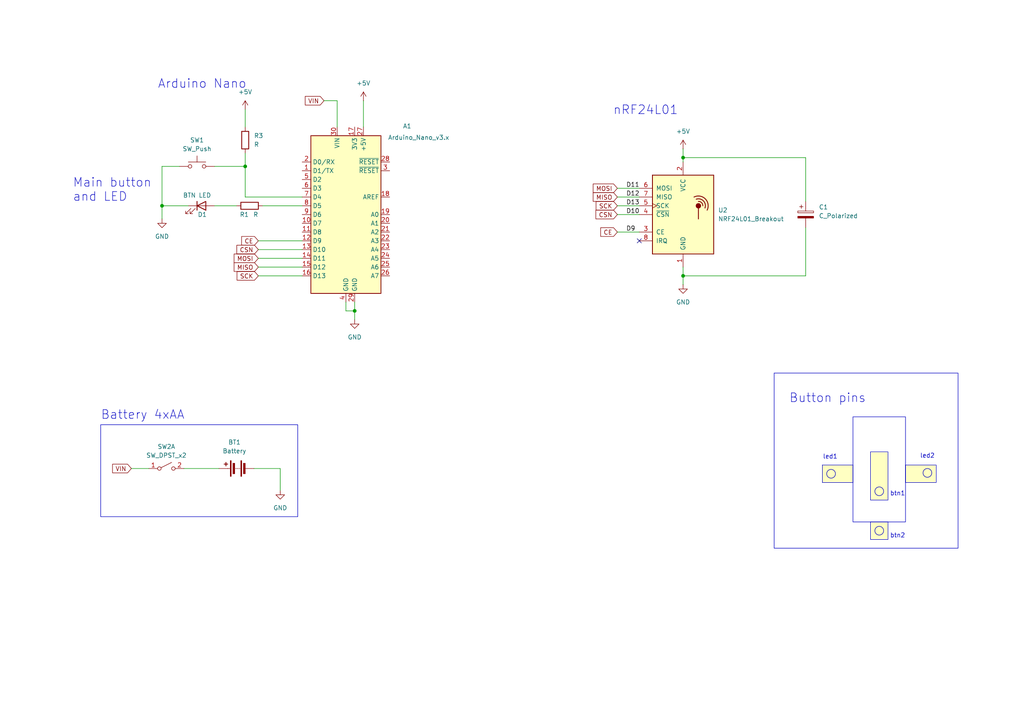
<source format=kicad_sch>
(kicad_sch (version 20231120) (generator "eeschema") (generator_version "8.0")
  (paper "A4")
  (title_block (title "Nupp") (date "2024-11-25") (comment 1 "Tauno Erik"))
  (lib_symbols
    (symbol "Device:Battery" (pin_numbers hide) (pin_names (offset 0) hide)
      (property "Reference" "BT" (at 2.54 2.54 0))
      (property "Value" "Battery" (at 2.54 0 0))
      (symbol "Battery_0_1"
        (rectangle (start -2.286 -1.27) (end 2.286 -1.524) (fill (type outline)))
        (rectangle (start -2.286 1.778) (end 2.286 1.524) (fill (type outline)))
        (rectangle (start -1.524 -2.032) (end 1.524 -2.54) (fill (type outline)))
        (rectangle (start -1.524 1.016) (end 1.524 0.508) (fill (type outline)))
        (polyline (pts (xy 0 -1.016) (xy 0 -0.762)))
        (polyline (pts (xy 0 -0.508) (xy 0 -0.254)))
        (polyline (pts (xy 0 0) (xy 0 0.254)))
        (polyline (pts (xy 0 1.778) (xy 0 2.54)))
        (polyline (pts (xy 0.762 3.048) (xy 1.778 3.048)) (stroke (width 0.254)))
        (polyline (pts (xy 1.27 3.556) (xy 1.27 2.54)) (stroke (width 0.254)))
      )
      (symbol "Battery_1_1"
        (pin passive line (at 0 5.08 270) (length 2.54) (name "+") (number "1"))
        (pin passive line (at 0 -5.08 90) (length 2.54) (name "-") (number "2"))
      )
    )
    (symbol "Device:C_Polarized" (pin_numbers hide) (pin_names (offset 0.254))
      (property "Reference" "C" (at 0.635 2.54 0))
      (property "Value" "C_Polarized" (at 0.635 -2.54 0))
      (symbol "C_Polarized_0_1"
        (rectangle (start -2.286 0.508) (end 2.286 1.016))
        (polyline (pts (xy -1.778 2.286) (xy -0.762 2.286)))
        (polyline (pts (xy -1.27 2.794) (xy -1.27 1.778)))
        (rectangle (start 2.286 -0.508) (end -2.286 -1.016) (fill (type outline)))
      )
      (symbol "C_Polarized_1_1"
        (pin passive line (at 0 3.81 270) (length 2.794) (name "~") (number "1"))
        (pin passive line (at 0 -3.81 90) (length 2.794) (name "~") (number "2"))
      )
    )
    (symbol "Device:LED" (pin_numbers hide) (pin_names (offset 1.016) hide)
      (property "Reference" "D" (at 0 2.54 0))
      (property "Value" "LED" (at 0 -2.54 0))
      (symbol "LED_0_1"
        (polyline (pts (xy -1.27 -1.27) (xy -1.27 1.27)) (stroke (width 0.254)))
        (polyline (pts (xy -1.27 0) (xy 1.27 0)))
        (polyline (pts (xy 1.27 -1.27) (xy 1.27 1.27) (xy -1.27 0) (xy 1.27 -1.27)) (stroke (width 0.254)))
        (polyline (pts (xy -3.048 -0.762) (xy -4.572 -2.286) (xy -3.81 -2.286) (xy -4.572 -2.286) (xy -4.572 -1.524)))
        (polyline (pts (xy -1.778 -0.762) (xy -3.302 -2.286) (xy -2.54 -2.286) (xy -3.302 -2.286) (xy -3.302 -1.524)))
      )
      (symbol "LED_1_1"
        (pin passive line (at -3.81 0 0) (length 2.54) (name "K") (number "1"))
        (pin passive line (at 3.81 0 180) (length 2.54) (name "A") (number "2"))
      )
    )
    (symbol "Device:R" (pin_numbers hide) (pin_names (offset 0))
      (property "Reference" "R" (at 2.032 0 90))
      (property "Value" "R" (at 0 0 90))
      (symbol "R_0_1"
        (rectangle (start -1.016 -2.54) (end 1.016 2.54) (stroke (width 0.254)))
      )
      (symbol "R_1_1"
        (pin passive line (at 0 3.81 270) (length 1.27) (name "~") (number "1"))
        (pin passive line (at 0 -3.81 90) (length 1.27) (name "~") (number "2"))
      )
    )
    (symbol "GND_1" (power) (pin_numbers hide) (pin_names (offset 0) hide)
      (property "Value" "GND" (at 0 -3.81 0))
      (symbol "GND_1_0_1"
        (polyline (pts (xy 0 0) (xy 0 -1.27) (xy 1.27 -1.27) (xy 0 -2.54) (xy -1.27 -1.27) (xy 0 -1.27)))
      )
      (symbol "GND_1_1_1"
        (pin power_in line (at 0 0 270) (length 0) (name "~") (number "1"))
      )
    )
    (symbol "GND_2" (power) (pin_numbers hide) (pin_names (offset 0) hide)
      (property "Value" "GND" (at 0 -3.81 0))
      (symbol "GND_2_0_1"
        (polyline (pts (xy 0 0) (xy 0 -1.27) (xy 1.27 -1.27) (xy 0 -2.54) (xy -1.27 -1.27) (xy 0 -1.27)))
      )
      (symbol "GND_2_1_1"
        (pin power_in line (at 0 0 270) (length 0) (name "~") (number "1"))
      )
    )
    (symbol "MCU_Module:Arduino_Nano_v3.x"
      (property "Reference" "A" (at -10.16 23.495 0))
      (property "Value" "Arduino_Nano_v3.x" (at 5.08 -24.13 0))
      (symbol "Arduino_Nano_v3.x_0_1"
        (rectangle (start -10.16 22.86) (end 10.16 -22.86) (stroke (width 0.254)) (fill (type background)))
      )
      (symbol "Arduino_Nano_v3.x_1_1"
        (pin bidirectional line (at -12.7 12.7 0) (length 2.54) (name "D1/TX") (number "1"))
        (pin bidirectional line (at -12.7 -2.54 0) (length 2.54) (name "D7") (number "10"))
        (pin bidirectional line (at -12.7 -5.08 0) (length 2.54) (name "D8") (number "11"))
        (pin bidirectional line (at -12.7 -7.62 0) (length 2.54) (name "D9") (number "12"))
        (pin bidirectional line (at -12.7 -10.16 0) (length 2.54) (name "D10") (number "13"))
        (pin bidirectional line (at -12.7 -12.7 0) (length 2.54) (name "D11") (number "14"))
        (pin bidirectional line (at -12.7 -15.24 0) (length 2.54) (name "D12") (number "15"))
        (pin bidirectional line (at -12.7 -17.78 0) (length 2.54) (name "D13") (number "16"))
        (pin power_out line (at 2.54 25.4 270) (length 2.54) (name "3V3") (number "17"))
        (pin input line (at 12.7 5.08 180) (length 2.54) (name "AREF") (number "18"))
        (pin bidirectional line (at 12.7 0 180) (length 2.54) (name "A0") (number "19"))
        (pin bidirectional line (at -12.7 15.24 0) (length 2.54) (name "D0/RX") (number "2"))
        (pin bidirectional line (at 12.7 -2.54 180) (length 2.54) (name "A1") (number "20"))
        (pin bidirectional line (at 12.7 -5.08 180) (length 2.54) (name "A2") (number "21"))
        (pin bidirectional line (at 12.7 -7.62 180) (length 2.54) (name "A3") (number "22"))
        (pin bidirectional line (at 12.7 -10.16 180) (length 2.54) (name "A4") (number "23"))
        (pin bidirectional line (at 12.7 -12.7 180) (length 2.54) (name "A5") (number "24"))
        (pin bidirectional line (at 12.7 -15.24 180) (length 2.54) (name "A6") (number "25"))
        (pin bidirectional line (at 12.7 -17.78 180) (length 2.54) (name "A7") (number "26"))
        (pin power_out line (at 5.08 25.4 270) (length 2.54) (name "+5V") (number "27"))
        (pin input line (at 12.7 15.24 180) (length 2.54) (name "~{RESET}") (number "28"))
        (pin power_in line (at 2.54 -25.4 90) (length 2.54) (name "GND") (number "29"))
        (pin input line (at 12.7 12.7 180) (length 2.54) (name "~{RESET}") (number "3"))
        (pin power_in line (at -2.54 25.4 270) (length 2.54) (name "VIN") (number "30"))
        (pin power_in line (at 0 -25.4 90) (length 2.54) (name "GND") (number "4"))
        (pin bidirectional line (at -12.7 10.16 0) (length 2.54) (name "D2") (number "5"))
        (pin bidirectional line (at -12.7 7.62 0) (length 2.54) (name "D3") (number "6"))
        (pin bidirectional line (at -12.7 5.08 0) (length 2.54) (name "D4") (number "7"))
        (pin bidirectional line (at -12.7 2.54 0) (length 2.54) (name "D5") (number "8"))
        (pin bidirectional line (at -12.7 0 0) (length 2.54) (name "D6") (number "9"))
      )
    )
    (symbol "RF:NRF24L01_Breakout" (pin_names (offset 1.016))
      (property "Reference" "U" (at -8.89 12.7 0))
      (property "Value" "NRF24L01_Breakout" (at 3.81 12.7 0))
      (symbol "NRF24L01_Breakout_0_1"
        (rectangle (start -8.89 11.43) (end 8.89 -11.43) (stroke (width 0.254)) (fill (type background)))
        (polyline (pts (xy 4.445 1.905) (xy 4.445 -1.27)) (stroke (width 0.254)))
        (circle (center 4.445 2.54) (radius 0.635) (stroke (width 0.254)) (fill (type outline)))
        (arc (start 5.715 2.54) (mid 5.3521 3.4546) (end 4.445 3.81) (stroke (width 0.254)))
        (arc (start 6.35 1.905) (mid 5.8763 3.9854) (end 3.81 4.445) (stroke (width 0.254)))
        (arc (start 6.985 1.27) (mid 6.453 4.548) (end 3.175 5.08) (stroke (width 0.254)))
      )
      (symbol "NRF24L01_Breakout_1_1"
        (pin power_in line (at 0 -15.24 90) (length 3.81) (name "GND") (number "1"))
        (pin power_in line (at 0 15.24 270) (length 3.81) (name "VCC") (number "2"))
        (pin input line (at -12.7 -5.08 0) (length 3.81) (name "CE") (number "3"))
        (pin input line (at -12.7 0 0) (length 3.81) (name "~{CSN}") (number "4"))
        (pin input clock (at -12.7 2.54 0) (length 3.81) (name "SCK") (number "5"))
        (pin input line (at -12.7 7.62 0) (length 3.81) (name "MOSI") (number "6"))
        (pin output line (at -12.7 5.08 0) (length 3.81) (name "MISO") (number "7"))
        (pin output line (at -12.7 -7.62 0) (length 3.81) (name "IRQ") (number "8"))
      )
    )
    (symbol "Switch:SW_DPST_x2" (pin_names (offset 0) hide)
      (property "Reference" "SW" (at 0 3.175 0))
      (property "Value" "SW_DPST_x2" (at 0 -2.54 0))
      (symbol "SW_DPST_x2_0_0"
        (circle (center -2.032 0) (radius 0.508))
        (polyline (pts (xy -1.524 0.254) (xy 1.524 1.778)))
        (circle (center 2.032 0) (radius 0.508))
      )
      (symbol "SW_DPST_x2_1_1"
        (pin passive line (at -5.08 0 0) (length 2.54) (name "A") (number "1"))
        (pin passive line (at 5.08 0 180) (length 2.54) (name "B") (number "2"))
      )
      (symbol "SW_DPST_x2_2_1"
        (pin passive line (at -5.08 0 0) (length 2.54) (name "A") (number "3"))
        (pin passive line (at 5.08 0 180) (length 2.54) (name "B") (number "4"))
      )
    )
    (symbol "Switch:SW_Push" (pin_numbers hide) (pin_names (offset 1.016) hide)
      (property "Reference" "SW" (at 1.27 2.54 0))
      (property "Value" "SW_Push" (at 0 -1.524 0))
      (symbol "SW_Push_0_1"
        (circle (center -2.032 0) (radius 0.508))
        (polyline (pts (xy 0 1.27) (xy 0 3.048)))
        (polyline (pts (xy 2.54 1.27) (xy -2.54 1.27)))
        (circle (center 2.032 0) (radius 0.508))
        (pin passive line (at -5.08 0 0) (length 2.54) (name "1") (number "1"))
        (pin passive line (at 5.08 0 180) (length 2.54) (name "2") (number "2"))
      )
    )
    (symbol "power:+5V" (power) (pin_numbers hide) (pin_names (offset 0) hide)
      (property "Value" "+5V" (at 0 3.556 0))
      (symbol "+5V_0_1"
        (polyline (pts (xy -0.762 1.27) (xy 0 2.54)))
        (polyline (pts (xy 0 0) (xy 0 2.54)))
        (polyline (pts (xy 0 2.54) (xy 0.762 1.27)))
      )
      (symbol "+5V_1_1"
        (pin power_in line (at 0 0 90) (length 0) (name "~") (number "1"))
      )
    )
    (symbol "power:GND" (power) (pin_names (offset 0))
      (property "Value" "GND" (at 0 -3.81 0))
      (symbol "GND_0_1"
        (polyline (pts (xy 0 0) (xy 0 -1.27) (xy 1.27 -1.27) (xy 0 -2.54) (xy -1.27 -1.27) (xy 0 -1.27)))
      )
      (symbol "GND_1_1"
        (pin power_in line (at 0 0 270) (length 0) hide (name "GND") (number "1"))
      )
    )
  )
  (junction (at 46.99 59.69))
  (junction (at 71.12 48.26))
  (junction (at 198.12 80.01))
  (junction (at 102.87 90.17))
  (junction (at 198.12 45.72))
  (no_connect (at 185.42 69.85))
  (wire (pts (xy 102.87 90.17) (xy 102.87 92.71)))
  (wire (pts (xy 71.12 31.75) (xy 71.12 36.83)))
  (wire (pts (xy 46.99 48.26) (xy 46.99 59.69)))
  (wire (pts (xy 38.1 135.89) (xy 43.18 135.89)))
  (wire (pts (xy 46.99 59.69) (xy 46.99 63.5)))
  (wire (pts (xy 76.2 59.69) (xy 87.63 59.69)))
  (wire (pts (xy 179.07 62.23) (xy 185.42 62.23)))
  (wire (pts (xy 105.41 29.21) (xy 105.41 36.83)))
  (wire (pts (xy 179.07 54.61) (xy 185.42 54.61)))
  (wire (pts (xy 179.07 57.15) (xy 185.42 57.15)))
  (wire (pts (xy 233.68 66.04) (xy 233.68 80.01)))
  (wire (pts (xy 233.68 45.72) (xy 198.12 45.72)))
  (wire (pts (xy 179.07 67.31) (xy 185.42 67.31)))
  (wire (pts (xy 198.12 80.01) (xy 198.12 82.55)))
  (wire (pts (xy 198.12 45.72) (xy 198.12 46.99)))
  (wire (pts (xy 93.98 29.21) (xy 97.79 29.21)))
  (wire (pts (xy 74.93 80.01) (xy 87.63 80.01)))
  (wire (pts (xy 74.93 72.39) (xy 87.63 72.39)))
  (wire (pts (xy 74.93 74.93) (xy 87.63 74.93)))
  (wire (pts (xy 71.12 57.15) (xy 71.12 48.26)))
  (wire (pts (xy 53.34 135.89) (xy 63.5 135.89)))
  (wire (pts (xy 198.12 80.01) (xy 198.12 77.47)))
  (wire (pts (xy 54.61 59.69) (xy 46.99 59.69)))
  (wire (pts (xy 71.12 48.26) (xy 71.12 44.45)))
  (wire (pts (xy 97.79 29.21) (xy 97.79 36.83)))
  (wire (pts (xy 73.66 135.89) (xy 81.28 135.89)))
  (wire (pts (xy 100.33 90.17) (xy 102.87 90.17)))
  (wire (pts (xy 198.12 43.18) (xy 198.12 45.72)))
  (wire (pts (xy 81.28 135.89) (xy 81.28 142.24)))
  (wire (pts (xy 233.68 58.42) (xy 233.68 45.72)))
  (wire (pts (xy 179.07 59.69) (xy 185.42 59.69)))
  (wire (pts (xy 100.33 87.63) (xy 100.33 90.17)))
  (wire (pts (xy 74.93 69.85) (xy 87.63 69.85)))
  (wire (pts (xy 87.63 57.15) (xy 71.12 57.15)))
  (wire (pts (xy 62.23 48.26) (xy 71.12 48.26)))
  (wire (pts (xy 62.23 59.69) (xy 68.58 59.69)))
  (wire (pts (xy 52.07 48.26) (xy 46.99 48.26)))
  (wire (pts (xy 102.87 87.63) (xy 102.87 90.17)))
  (wire (pts (xy 74.93 77.47) (xy 87.63 77.47)))
  (wire (pts (xy 233.68 80.01) (xy 198.12 80.01)))
  (circle (center 255.016 142.494) (radius 1.27))
  (rectangle (start 224.536 108.204) (end 277.876 159.004))
  (rectangle (start 252.476 151.384) (end 257.556 156.464) (fill (type color) (color 255 255 194 1)))
  (rectangle (start 238.506 134.874) (end 247.396 139.954) (fill (type color) (color 255 255 194 1)))
  (rectangle (start 262.636 134.874) (end 271.526 139.954) (fill (type color) (color 255 255 194 1)))
  (circle (center 255.016 153.924) (radius 1.27))
  (rectangle (start 252.476 131.064) (end 257.556 145.034) (fill (type color) (color 255 255 194 1)))
  (rectangle (start 29.21 123.19) (end 86.36 149.86))
  (circle (center 241.046 137.414) (radius 1.27))
  (circle (center 268.986 137.16) (radius 1.27))
  (rectangle (start 247.396 120.904) (end 262.636 151.384))
  (text "nRF24L01" (at 177.8 33.528 0) (effects (font (size 2.54 2.54)) (justify left bottom)))
  (text "led2" (at 268.986 132.334 0) (effects (font (size 1.27 1.27))))
  (text "Main button\nand LED" (at 21.082 58.674 0) (effects (font (size 2.54 2.54)) (justify left bottom)))
  (text "led1" (at 240.792 132.588 0) (effects (font (size 1.27 1.27))))
  (text "btn1" (at 260.35 143.256 0) (effects (font (size 1.27 1.27))))
  (text "btn2" (at 260.35 155.448 0) (effects (font (size 1.27 1.27))))
  (text "Arduino Nano" (at 45.72 25.908 0) (effects (font (size 2.54 2.54)) (justify left bottom)))
  (text "Button pins" (at 240.03 115.57 0) (effects (font (size 2.54 2.54))))
  (text "Battery 4xAA" (at 29.21 121.92 0) (effects (font (size 2.54 2.54)) (justify left bottom)))
  (label "D10" (at 181.61 62.23 0))
  (label "D13" (at 181.61 59.69 0))
  (label "D11" (at 181.61 54.61 0))
  (label "D12" (at 181.61 57.15 0))
  (label "D9" (at 181.61 67.31 0))
  (global_label "CE" (shape input) (at 179.07 67.31 180) (property "Intersheetrefs" "${INTERSHEET_REFS}" (effects (hide yes))))
  (global_label "MISO" (shape input) (at 74.93 77.47 180) (property "Intersheetrefs" "${INTERSHEET_REFS}" (effects (hide yes))))
  (global_label "SCK" (shape input) (at 179.07 59.69 180) (property "Intersheetrefs" "${INTERSHEET_REFS}" (effects (hide yes))))
  (global_label "VIN" (shape input) (at 93.98 29.21 180) (property "Intersheetrefs" "${INTERSHEET_REFS}" (effects (hide yes))))
  (global_label "CSN" (shape input) (at 74.93 72.39 180) (property "Intersheetrefs" "${INTERSHEET_REFS}" (effects (hide yes))))
  (global_label "MISO" (shape input) (at 179.07 57.15 180) (property "Intersheetrefs" "${INTERSHEET_REFS}" (effects (hide yes))))
  (global_label "MOSI" (shape input) (at 74.93 74.93 180) (property "Intersheetrefs" "${INTERSHEET_REFS}" (effects (hide yes))))
  (global_label "VIN" (shape input) (at 38.1 135.89 180) (property "Intersheetrefs" "${INTERSHEET_REFS}" (effects (hide yes))))
  (global_label "CE" (shape input) (at 74.93 69.85 180) (property "Intersheetrefs" "${INTERSHEET_REFS}" (effects (hide yes))))
  (global_label "MOSI" (shape input) (at 179.07 54.61 180) (property "Intersheetrefs" "${INTERSHEET_REFS}" (effects (hide yes))))
  (global_label "CSN" (shape input) (at 179.07 62.23 180) (property "Intersheetrefs" "${INTERSHEET_REFS}" (effects (hide yes))))
  (global_label "SCK" (shape input) (at 74.93 80.01 180) (property "Intersheetrefs" "${INTERSHEET_REFS}" (effects (hide yes))))
  (symbol (lib_id "power:GND") (at 81.28 142.24 0) (unit 1)
    (property "Reference" "#PWR03" (effects (hide yes)))
    (property "Value" "GND" (at 81.28 147.32 0))
  )
  (symbol (lib_id "RF:NRF24L01_Breakout") (at 198.12 62.23 0) (unit 1)
    (property "Reference" "U2" (at 208.28 60.9599 0) (effects (justify left)))
    (property "Value" "NRF24L01_Breakout" (at 208.28 63.4999 0) (effects (justify left)))
    (property "Footprint" "RF_Module:nRF24L01_Breakout" (effects (hide yes)))
    (property "Datasheet" "http://www.nordicsemi.com/eng/content/download/2730/34105/file/nRF24L01_Product_Specification_v2_0.pdf" (effects (hide yes)))
    (property "Description" "Ultra low power 2.4GHz RF Transceiver, Carrier PCB" (effects (hide yes)))
  )
  (symbol (lib_id "Device:R") (at 72.39 59.69 270) (unit 1)
    (property "Reference" "R1" (at 70.866 62.23 90))
    (property "Value" "R" (at 74.168 62.23 90))
  )
  (symbol (lib_id "Device:R") (at 71.12 40.64 0) (unit 1)
    (property "Reference" "R3" (at 73.66 39.37 0) (effects (justify left)))
    (property "Value" "R" (at 73.66 41.91 0) (effects (justify left)))
  )
  (symbol (lib_id "MCU_Module:Arduino_Nano_v3.x") (at 100.33 62.23 0) (unit 1)
    (property "Reference" "A1" (at 116.84 36.576 0) (effects (justify left)))
    (property "Value" "Arduino_Nano_v3.x" (at 112.522 39.878 0) (effects (justify left)))
    (property "Footprint" "Module:Arduino_Nano" (effects (hide yes)))
    (property "Datasheet" "http://www.mouser.com/pdfdocs/Gravitech_Arduino_Nano3_0.pdf" (effects (hide yes)))
    (property "Description" "Arduino Nano v3.x" (effects (hide yes)))
  )
  (symbol (lib_id "power:+5V") (at 71.12 31.75 0) (unit 1)
    (property "Reference" "#PWR02" (effects (hide yes)))
    (property "Value" "+5V" (at 71.12 26.67 0))
    (property "Description" "Power symbol creates a global label with name \"+5V\"" (effects (hide yes)))
  )
  (symbol (lib_id "Device:Battery") (at 68.58 135.89 90) (unit 1)
    (property "Reference" "BT1" (at 68.0085 128.27 90))
    (property "Value" "Battery" (at 68.0085 130.81 90))
  )
  (symbol (lib_id "power:+5V") (at 198.12 43.18 0) (unit 1)
    (property "Reference" "#PWR09" (effects (hide yes)))
    (property "Value" "+5V" (at 198.12 38.1 0))
    (property "Description" "Power symbol creates a global label with name \"+5V\"" (effects (hide yes)))
  )
  (symbol (lib_name "GND_2") (lib_id "power:GND") (at 102.87 92.71 0) (unit 1)
    (property "Reference" "#PWR07" (effects (hide yes)))
    (property "Value" "GND" (at 102.87 97.79 0))
    (property "Description" "Power symbol creates a global label with name \"GND\" , ground" (effects (hide yes)))
  )
  (symbol (lib_id "Switch:SW_DPST_x2") (at 48.26 135.89 0) (unit 1)
    (property "Reference" "SW2" (at 48.26 129.54 0))
    (property "Value" "SW_DPST_x2" (at 48.26 132.08 0))
  )
  (symbol (lib_name "GND_1") (lib_id "power:GND") (at 198.12 82.55 0) (unit 1)
    (property "Reference" "#PWR06" (effects (hide yes)))
    (property "Value" "GND" (at 198.12 87.63 0))
    (property "Description" "Power symbol creates a global label with name \"GND\" , ground" (effects (hide yes)))
  )
  (symbol (lib_id "Device:C_Polarized") (at 233.68 62.23 0) (unit 1)
    (property "Reference" "C1" (at 237.49 60.0709 0) (effects (justify left)))
    (property "Value" "C_Polarized" (at 237.49 62.6109 0) (effects (justify left)))
    (property "Description" "Polarized capacitor" (effects (hide yes)))
  )
  (symbol (lib_id "power:+5V") (at 105.41 29.21 0) (unit 1)
    (property "Reference" "#PWR08" (effects (hide yes)))
    (property "Value" "+5V" (at 105.41 24.13 0))
    (property "Description" "Power symbol creates a global label with name \"+5V\"" (effects (hide yes)))
  )
  (symbol (lib_id "power:GND") (at 46.99 63.5 0) (unit 1)
    (property "Reference" "#PWR01" (effects (hide yes)))
    (property "Value" "GND" (at 46.99 68.58 0))
  )
  (symbol (lib_id "Switch:SW_Push") (at 57.15 48.26 0) (unit 1)
    (property "Reference" "SW1" (at 57.15 40.64 0))
    (property "Value" "SW_Push" (at 57.15 43.18 0))
  )
  (symbol (lib_id "Device:LED") (at 58.42 59.69 0) (unit 1)
    (property "Reference" "D1" (at 58.674 62.23 0))
    (property "Value" "BTN LED" (at 57.15 56.642 0))
  )
)
</source>
